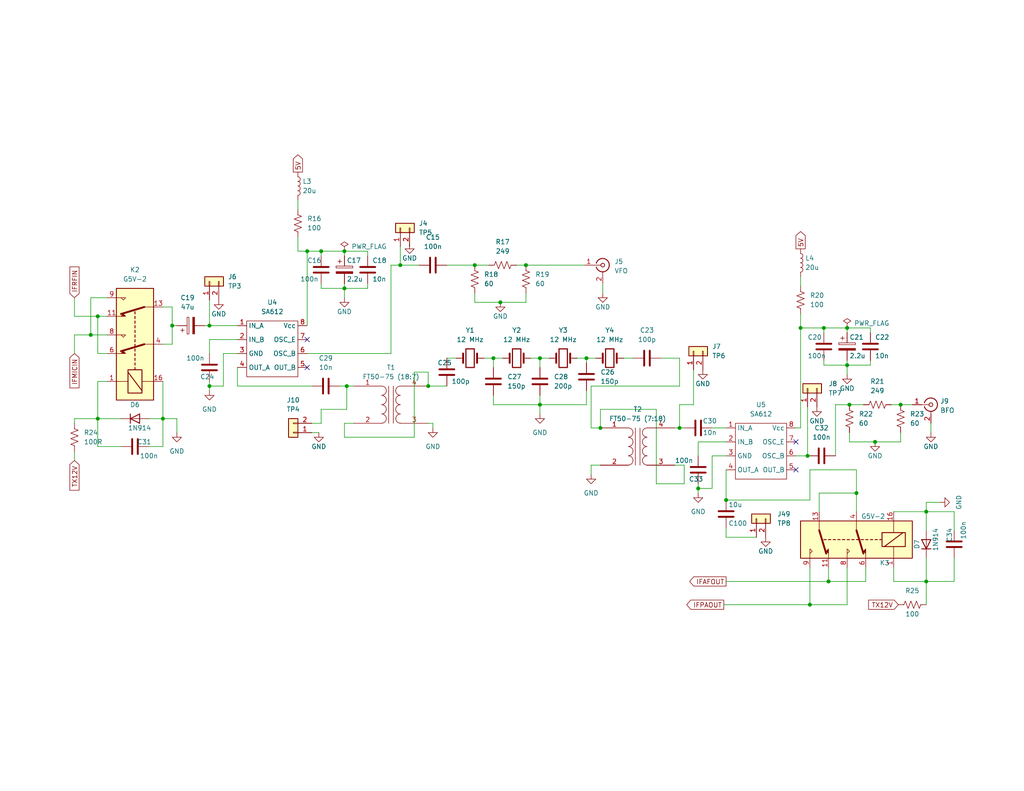
<source format=kicad_sch>
(kicad_sch (version 20211123) (generator eeschema)
  (paper "A")
  (title_block (date "2022-08-31") (rev "0.1a") (company "DATER (Dave Peter)"))
  (lib_symbols
    (symbol "Connector:Conn_Coaxial" (pin_names (offset 1.016) hide)
      (property "Reference" "J" (at 0.254 3.048 0))
      (property "Value" "Conn_Coaxial" (at 2.921 0 90))
      (symbol "Conn_Coaxial_0_1"
        (arc (start -1.778 -0.508) (mid 0.2311 -1.8066) (end 1.778 0) (stroke (width 0.254)))
        (polyline (pts (xy -2.54 0) (xy -0.508 0)))
        (polyline (pts (xy 0 -2.54) (xy 0 -1.778)))
        (circle (center 0 0) (radius 0.508) (stroke (width 0.2032)))
        (arc (start 1.778 0) (mid 0.2099 1.8101) (end -1.778 0.508) (stroke (width 0.254)))
      )
      (symbol "Conn_Coaxial_1_1"
        (pin passive line (at -5.08 0 0) (length 2.54) (name "In") (number "1"))
        (pin passive line (at 0 -5.08 90) (length 2.54) (name "Ext") (number "2"))
      )
    )
    (symbol "Connector_Generic:Conn_01x02" (pin_names (offset 1.016) hide)
      (property "Reference" "J" (at 0 2.54 0))
      (property "Value" "Conn_01x02" (at 0 -5.08 0))
      (symbol "Conn_01x02_1_1"
        (rectangle (start -1.27 -2.413) (end 0 -2.667) (stroke (width 0.1524)))
        (rectangle (start -1.27 0.127) (end 0 -0.127) (stroke (width 0.1524)))
        (rectangle (start -1.27 1.27) (end 1.27 -3.81) (stroke (width 0.254)) (fill (type background)))
        (pin passive line (at -5.08 0 0) (length 3.81) (name "Pin_1") (number "1"))
        (pin passive line (at -5.08 -2.54 0) (length 3.81) (name "Pin_2") (number "2"))
      )
    )
    (symbol "Custom_RF:SA612"
      (property "Reference" "U" (at 1.27 10.16 0))
      (property "Value" "SA612" (at 1.27 -7.62 0))
      (symbol "SA612_0_1"
        (rectangle (start -6.35 8.89) (end 7.62 -6.35))
      )
      (symbol "SA612_1_1"
        (pin input line (at -8.89 7.62 0) (length 2.54) (name "IN_A") (number "1"))
        (pin input line (at -8.89 3.81 0) (length 2.54) (name "IN_B") (number "2"))
        (pin power_in line (at -8.89 0 0) (length 2.54) (name "GND") (number "3"))
        (pin output line (at -8.89 -3.81 0) (length 2.54) (name "OUT_A") (number "4"))
        (pin output line (at 10.16 -3.81 180) (length 2.54) (name "OUT_B") (number "5"))
        (pin input line (at 10.16 0 180) (length 2.54) (name "OSC_B") (number "6"))
        (pin input line (at 10.16 3.81 180) (length 2.54) (name "OSC_E") (number "7"))
        (pin power_in line (at 10.16 7.62 180) (length 2.54) (name "Vcc") (number "8"))
      )
    )
    (symbol "Device:C" (pin_numbers hide) (pin_names (offset 0.254))
      (property "Reference" "C" (at 0.635 2.54 0))
      (property "Value" "C" (at 0.635 -2.54 0))
      (symbol "C_0_1"
        (polyline (pts (xy -2.032 -0.762) (xy 2.032 -0.762)) (stroke (width 0.508)))
        (polyline (pts (xy -2.032 0.762) (xy 2.032 0.762)) (stroke (width 0.508)))
      )
      (symbol "C_1_1"
        (pin passive line (at 0 3.81 270) (length 2.794) (name "~") (number "1"))
        (pin passive line (at 0 -3.81 90) (length 2.794) (name "~") (number "2"))
      )
    )
    (symbol "Device:C_Polarized" (pin_numbers hide) (pin_names (offset 0.254))
      (property "Reference" "C" (at 0.635 2.54 0))
      (property "Value" "C_Polarized" (at 0.635 -2.54 0))
      (symbol "C_Polarized_0_1"
        (rectangle (start -2.286 0.508) (end 2.286 1.016))
        (polyline (pts (xy -1.778 2.286) (xy -0.762 2.286)))
        (polyline (pts (xy -1.27 2.794) (xy -1.27 1.778)))
        (rectangle (start 2.286 -0.508) (end -2.286 -1.016) (fill (type outline)))
      )
      (symbol "C_Polarized_1_1"
        (pin passive line (at 0 3.81 270) (length 2.794) (name "~") (number "1"))
        (pin passive line (at 0 -3.81 90) (length 2.794) (name "~") (number "2"))
      )
    )
    (symbol "Device:Crystal" (pin_numbers hide) (pin_names (offset 1.016) hide)
      (property "Reference" "Y" (at 0 3.81 0))
      (property "Value" "Crystal" (at 0 -3.81 0))
      (symbol "Crystal_0_1"
        (rectangle (start -1.143 2.54) (end 1.143 -2.54) (stroke (width 0.3048)))
        (polyline (pts (xy -2.54 0) (xy -1.905 0)))
        (polyline (pts (xy -1.905 -1.27) (xy -1.905 1.27)) (stroke (width 0.508)))
        (polyline (pts (xy 1.905 -1.27) (xy 1.905 1.27)) (stroke (width 0.508)))
        (polyline (pts (xy 2.54 0) (xy 1.905 0)))
      )
      (symbol "Crystal_1_1"
        (pin passive line (at -3.81 0 0) (length 1.27) (name "1") (number "1"))
        (pin passive line (at 3.81 0 180) (length 1.27) (name "2") (number "2"))
      )
    )
    (symbol "Device:L" (pin_numbers hide) (pin_names (offset 1.016) hide)
      (property "Reference" "L" (at -1.27 0 90))
      (property "Value" "L" (at 1.905 0 90))
      (symbol "L_0_1"
        (arc (start 0 -2.54) (mid 0.635 -1.905) (end 0 -1.27))
        (arc (start 0 -1.27) (mid 0.635 -0.635) (end 0 0))
        (arc (start 0 0) (mid 0.635 0.635) (end 0 1.27))
        (arc (start 0 1.27) (mid 0.635 1.905) (end 0 2.54))
      )
      (symbol "L_1_1"
        (pin passive line (at 0 3.81 270) (length 1.27) (name "1") (number "1"))
        (pin passive line (at 0 -3.81 90) (length 1.27) (name "2") (number "2"))
      )
    )
    (symbol "Device:R_US" (pin_numbers hide) (pin_names (offset 0))
      (property "Reference" "R" (at 2.54 0 90))
      (property "Value" "R_US" (at -2.54 0 90))
      (symbol "R_US_0_1"
        (polyline (pts (xy 0 -2.286) (xy 0 -2.54)))
        (polyline (pts (xy 0 2.286) (xy 0 2.54)))
        (polyline (pts (xy 0 -0.762) (xy 1.016 -1.143) (xy 0 -1.524) (xy -1.016 -1.905) (xy 0 -2.286)))
        (polyline (pts (xy 0 0.762) (xy 1.016 0.381) (xy 0 0) (xy -1.016 -0.381) (xy 0 -0.762)))
        (polyline (pts (xy 0 2.286) (xy 1.016 1.905) (xy 0 1.524) (xy -1.016 1.143) (xy 0 0.762)))
      )
      (symbol "R_US_1_1"
        (pin passive line (at 0 3.81 270) (length 1.27) (name "~") (number "1"))
        (pin passive line (at 0 -3.81 90) (length 1.27) (name "~") (number "2"))
      )
    )
    (symbol "Device:Transformer_1P_1S" (pin_names (offset 1.016) hide)
      (property "Reference" "T" (at 0 6.35 0))
      (property "Value" "Transformer_1P_1S" (at 0 -7.62 0))
      (symbol "Transformer_1P_1S_0_1"
        (arc (start -2.54 -5.0546) (mid -1.6599 -4.6901) (end -1.27 -3.81))
        (arc (start -2.54 -2.5146) (mid -1.6599 -2.1501) (end -1.27 -1.27))
        (arc (start -2.54 0.0254) (mid -1.6599 0.3899) (end -1.27 1.27))
        (arc (start -2.54 2.5654) (mid -1.6599 2.9299) (end -1.27 3.81))
        (arc (start -1.27 -3.81) (mid -1.642 -2.912) (end -2.54 -2.54))
        (arc (start -1.27 -1.27) (mid -1.642 -0.372) (end -2.54 0))
        (arc (start -1.27 1.27) (mid -1.642 2.168) (end -2.54 2.54))
        (arc (start -1.27 3.81) (mid -1.642 4.708) (end -2.54 5.08))
        (polyline (pts (xy -0.635 5.08) (xy -0.635 -5.08)))
        (polyline (pts (xy 0.635 -5.08) (xy 0.635 5.08)))
        (arc (start 1.2954 -1.27) (mid 1.6599 -2.1501) (end 2.54 -2.5146))
        (arc (start 1.2954 1.27) (mid 1.6599 0.3899) (end 2.54 0.0254))
        (arc (start 1.2954 3.81) (mid 1.6599 2.9299) (end 2.54 2.5654))
        (arc (start 1.3208 -3.81) (mid 1.6853 -4.6901) (end 2.5654 -5.0546))
        (arc (start 2.54 0) (mid 1.642 -0.372) (end 1.2954 -1.27))
        (arc (start 2.54 2.54) (mid 1.642 2.168) (end 1.2954 1.27))
        (arc (start 2.54 5.08) (mid 1.642 4.708) (end 1.2954 3.81))
        (arc (start 2.5654 -2.54) (mid 1.6674 -2.912) (end 1.3208 -3.81))
      )
      (symbol "Transformer_1P_1S_1_1"
        (pin passive line (at -10.16 5.08 0) (length 7.62) (name "AA") (number "1"))
        (pin passive line (at -10.16 -5.08 0) (length 7.62) (name "AB") (number "2"))
        (pin passive line (at 10.16 -5.08 180) (length 7.62) (name "SA") (number "3"))
        (pin passive line (at 10.16 5.08 180) (length 7.62) (name "SB") (number "4"))
      )
    )
    (symbol "Diode:1N914" (pin_numbers hide) (pin_names (offset 1.016) hide)
      (property "Reference" "D" (at 0 2.54 0))
      (property "Value" "1N914" (at 0 -2.54 0))
      (symbol "1N914_0_1"
        (polyline (pts (xy -1.27 1.27) (xy -1.27 -1.27)) (stroke (width 0.254)))
        (polyline (pts (xy 1.27 0) (xy -1.27 0)))
        (polyline (pts (xy 1.27 1.27) (xy 1.27 -1.27) (xy -1.27 0) (xy 1.27 1.27)) (stroke (width 0.254)))
      )
      (symbol "1N914_1_1"
        (pin passive line (at -3.81 0 0) (length 2.54) (name "K") (number "1"))
        (pin passive line (at 3.81 0 180) (length 2.54) (name "A") (number "2"))
      )
    )
    (symbol "Relay:G5V-2"
      (property "Reference" "K" (at 16.51 3.81 0))
      (property "Value" "G5V-2" (at 16.51 1.27 0))
      (symbol "G5V-2_0_1"
        (rectangle (start -15.24 5.08) (end 15.24 -5.08) (stroke (width 0.254)) (fill (type background)))
        (rectangle (start -13.335 1.905) (end -6.985 -1.905) (stroke (width 0.254)))
        (polyline (pts (xy -12.7 -1.905) (xy -7.62 1.905)) (stroke (width 0.254)))
        (polyline (pts (xy -10.16 -5.08) (xy -10.16 -1.905)))
        (polyline (pts (xy -10.16 5.08) (xy -10.16 1.905)))
        (polyline (pts (xy -6.985 0) (xy -6.35 0)) (stroke (width 0.254)))
        (polyline (pts (xy -5.715 0) (xy -5.08 0)) (stroke (width 0.254)))
        (polyline (pts (xy -4.445 0) (xy -3.81 0)) (stroke (width 0.254)))
        (polyline (pts (xy -3.175 0) (xy -2.54 0)) (stroke (width 0.254)))
        (polyline (pts (xy -1.905 0) (xy -1.27 0)) (stroke (width 0.254)))
        (polyline (pts (xy -0.635 0) (xy 0 0)) (stroke (width 0.254)))
        (polyline (pts (xy 0 -2.54) (xy -1.905 3.81)) (stroke (width 0.508)))
        (polyline (pts (xy 0 -2.54) (xy 0 -5.08)))
        (polyline (pts (xy 0.635 0) (xy 1.27 0)) (stroke (width 0.254)))
        (polyline (pts (xy 1.905 0) (xy 2.54 0)) (stroke (width 0.254)))
        (polyline (pts (xy 3.175 0) (xy 3.81 0)) (stroke (width 0.254)))
        (polyline (pts (xy 4.445 0) (xy 5.08 0)) (stroke (width 0.254)))
        (polyline (pts (xy 5.715 0) (xy 6.35 0)) (stroke (width 0.254)))
        (polyline (pts (xy 6.985 0) (xy 7.62 0)) (stroke (width 0.254)))
        (polyline (pts (xy 8.255 0) (xy 8.89 0)) (stroke (width 0.254)))
        (polyline (pts (xy 10.16 -2.54) (xy 8.255 3.81)) (stroke (width 0.508)))
        (polyline (pts (xy 10.16 -2.54) (xy 10.16 -5.08)))
        (polyline (pts (xy -2.54 5.08) (xy -2.54 2.54) (xy -1.905 3.175) (xy -2.54 3.81)) (fill (type outline)))
        (polyline (pts (xy 2.54 5.08) (xy 2.54 2.54) (xy 1.905 3.175) (xy 2.54 3.81)))
        (polyline (pts (xy 7.62 5.08) (xy 7.62 2.54) (xy 8.255 3.175) (xy 7.62 3.81)) (fill (type outline)))
        (polyline (pts (xy 12.7 5.08) (xy 12.7 2.54) (xy 12.065 3.175) (xy 12.7 3.81)))
      )
      (symbol "G5V-2_1_1"
        (pin passive line (at -10.16 7.62 270) (length 2.54) (name "~") (number "1"))
        (pin passive line (at 7.62 7.62 270) (length 2.54) (name "~") (number "11"))
        (pin passive line (at 10.16 -7.62 90) (length 2.54) (name "~") (number "13"))
        (pin passive line (at -10.16 -7.62 90) (length 2.54) (name "~") (number "16"))
        (pin passive line (at 0 -7.62 90) (length 2.54) (name "~") (number "4"))
        (pin passive line (at -2.54 7.62 270) (length 2.54) (name "~") (number "6"))
        (pin passive line (at 2.54 7.62 270) (length 2.54) (name "~") (number "8"))
        (pin passive line (at 12.7 7.62 270) (length 2.54) (name "~") (number "9"))
      )
    )
    (symbol "power:GND" (power) (pin_names (offset 0))
      (property "Value" "GND" (at 0 -3.81 0))
      (symbol "GND_0_1"
        (polyline (pts (xy 0 0) (xy 0 -1.27) (xy 1.27 -1.27) (xy 0 -2.54) (xy -1.27 -1.27) (xy 0 -1.27)))
      )
      (symbol "GND_1_1"
        (pin power_in line (at 0 0 270) (length 0) hide (name "GND") (number "1"))
      )
    )
    (symbol "power:PWR_FLAG" (power) (pin_numbers hide) (pin_names (offset 0) hide)
      (property "Value" "PWR_FLAG" (at 0 3.81 0))
      (symbol "PWR_FLAG_0_0"
        (pin power_out line (at 0 0 90) (length 0) (name "pwr") (number "1"))
      )
      (symbol "PWR_FLAG_0_1"
        (polyline (pts (xy 0 0) (xy 0 1.27) (xy -1.016 1.905) (xy 0 2.54) (xy 1.016 1.905) (xy 0 1.27)))
      )
    )
  )
  (junction (at 129.54 72.39))
  (junction (at 109.22 72.39))
  (junction (at 26.67 114.3))
  (junction (at 46.99 88.9))
  (junction (at 160.02 97.79))
  (junction (at 190.5 133.35))
  (junction (at 218.44 89.535))
  (junction (at 136.525 82.55))
  (junction (at 252.73 158.75))
  (junction (at 143.51 72.39))
  (junction (at 231.14 89.535))
  (junction (at 231.14 99.695))
  (junction (at 226.06 158.75))
  (junction (at 231.775 110.49))
  (junction (at 252.73 139.7))
  (junction (at 93.98 68.58))
  (junction (at 198.12 136.525))
  (junction (at 238.76 120.65))
  (junction (at 224.79 89.535))
  (junction (at 57.15 88.9))
  (junction (at 134.62 97.79))
  (junction (at 245.745 110.49))
  (junction (at 94.615 105.41))
  (junction (at 220.345 124.46))
  (junction (at 147.32 97.79))
  (junction (at 93.98 78.74))
  (junction (at 185.42 116.84))
  (junction (at 233.68 134.62))
  (junction (at 26.67 86.36))
  (junction (at 44.45 114.3))
  (junction (at 163.83 116.84))
  (junction (at 116.84 105.41))
  (junction (at 57.15 105.41))
  (junction (at 220.98 165.1))
  (junction (at 147.32 110.49))
  (junction (at 83.82 68.58))
  (junction (at 24.765 91.44))
  (junction (at 87.63 68.58))
  (no_connect (at 217.17 128.27))
  (no_connect (at 83.82 92.71))
  (no_connect (at 217.17 120.65))
  (no_connect (at 83.82 100.33))
  (wire (pts (xy 224.79 89.535) (xy 231.14 89.535)))
  (wire (pts (xy 24.765 81.28) (xy 29.21 81.28)))
  (wire (pts (xy 20.32 123.19) (xy 20.32 125.73)))
  (wire (pts (xy 220.98 136.525) (xy 198.12 136.525)))
  (wire (pts (xy 57.15 92.71) (xy 57.15 96.52)))
  (wire (pts (xy 100.33 68.58) (xy 100.33 69.85)))
  (wire (pts (xy 220.98 128.27) (xy 233.68 128.27)))
  (wire (pts (xy 26.67 96.52) (xy 29.21 96.52)))
  (wire (pts (xy 194.31 133.35) (xy 194.31 124.46)))
  (wire (pts (xy 260.35 158.75) (xy 260.35 152.4)))
  (wire (pts (xy 147.32 97.79) (xy 149.86 97.79)))
  (wire (pts (xy 87.63 77.47) (xy 87.63 78.74)))
  (wire (pts (xy 243.205 110.49) (xy 245.745 110.49)))
  (wire (pts (xy 24.765 91.44) (xy 20.32 91.44)))
  (wire (pts (xy 40.64 114.3) (xy 44.45 114.3)))
  (wire (pts (xy 26.67 114.3) (xy 26.67 121.92)))
  (wire (pts (xy 252.73 158.75) (xy 260.35 158.75)))
  (wire (pts (xy 231.14 165.1) (xy 231.14 154.94)))
  (wire (pts (xy 87.63 111.76) (xy 87.63 115.57)))
  (wire (pts (xy 194.31 124.46) (xy 198.12 124.46)))
  (wire (pts (xy 224.79 89.535) (xy 224.79 90.805)))
  (wire (pts (xy 44.45 114.3) (xy 44.45 121.92)))
  (wire (pts (xy 238.76 120.65) (xy 245.745 120.65)))
  (wire (pts (xy 189.23 110.49) (xy 185.42 110.49)))
  (wire (pts (xy 87.63 68.58) (xy 87.63 69.85)))
  (wire (pts (xy 163.83 116.84) (xy 163.83 111.76)))
  (wire (pts (xy 26.67 114.3) (xy 33.02 114.3)))
  (wire (pts (xy 164.465 77.47) (xy 164.465 80.01)))
  (wire (pts (xy 245.745 120.65) (xy 245.745 118.11)))
  (wire (pts (xy 227.965 110.49) (xy 227.965 124.46)))
  (wire (pts (xy 147.32 110.49) (xy 147.32 107.95)))
  (wire (pts (xy 198.12 146.685) (xy 198.12 144.145)))
  (wire (pts (xy 243.84 158.75) (xy 252.73 158.75)))
  (wire (pts (xy 218.44 89.535) (xy 218.44 116.84)))
  (wire (pts (xy 48.26 88.9) (xy 46.99 88.9)))
  (wire (pts (xy 20.32 81.28) (xy 20.32 86.36)))
  (wire (pts (xy 81.28 68.58) (xy 83.82 68.58)))
  (wire (pts (xy 224.79 99.695) (xy 231.14 99.695)))
  (wire (pts (xy 218.44 85.725) (xy 218.44 89.535)))
  (wire (pts (xy 231.14 99.695) (xy 231.14 98.425)))
  (wire (pts (xy 116.84 105.41) (xy 121.92 105.41)))
  (wire (pts (xy 93.98 115.57) (xy 93.98 119.38)))
  (wire (pts (xy 109.22 72.39) (xy 114.3 72.39)))
  (wire (pts (xy 220.98 165.1) (xy 231.14 165.1)))
  (wire (pts (xy 252.73 139.7) (xy 260.35 139.7)))
  (wire (pts (xy 220.98 154.94) (xy 220.98 165.1)))
  (wire (pts (xy 179.07 111.76) (xy 179.07 132.08)))
  (wire (pts (xy 231.14 99.695) (xy 231.14 102.235)))
  (wire (pts (xy 237.49 98.425) (xy 237.49 99.695)))
  (wire (pts (xy 26.67 86.36) (xy 29.21 86.36)))
  (wire (pts (xy 223.52 134.62) (xy 223.52 139.7)))
  (wire (pts (xy 161.29 127) (xy 163.83 127)))
  (wire (pts (xy 185.42 97.79) (xy 185.42 105.41)))
  (wire (pts (xy 118.11 115.57) (xy 118.11 116.84)))
  (wire (pts (xy 206.375 146.685) (xy 198.12 146.685)))
  (wire (pts (xy 237.49 89.535) (xy 237.49 90.805)))
  (wire (pts (xy 81.28 54.61) (xy 81.28 57.15)))
  (wire (pts (xy 93.98 68.58) (xy 93.98 69.85)))
  (wire (pts (xy 143.51 82.55) (xy 143.51 80.01)))
  (wire (pts (xy 129.54 72.39) (xy 133.35 72.39)))
  (wire (pts (xy 26.67 86.36) (xy 26.67 96.52)))
  (wire (pts (xy 26.67 121.92) (xy 33.02 121.92)))
  (wire (pts (xy 121.92 72.39) (xy 129.54 72.39)))
  (wire (pts (xy 252.73 139.7) (xy 252.73 137.16)))
  (wire (pts (xy 243.84 139.7) (xy 252.73 139.7)))
  (wire (pts (xy 231.14 89.535) (xy 231.14 90.805)))
  (wire (pts (xy 134.62 97.79) (xy 134.62 100.33)))
  (wire (pts (xy 140.97 72.39) (xy 143.51 72.39)))
  (wire (pts (xy 143.51 72.39) (xy 159.385 72.39)))
  (wire (pts (xy 64.77 105.41) (xy 64.77 100.33)))
  (wire (pts (xy 93.98 78.74) (xy 93.98 77.47)))
  (wire (pts (xy 81.28 64.77) (xy 81.28 68.58)))
  (wire (pts (xy 106.68 72.39) (xy 106.68 96.52)))
  (wire (pts (xy 147.32 110.49) (xy 147.32 113.03)))
  (wire (pts (xy 93.98 78.74) (xy 93.98 81.28)))
  (wire (pts (xy 44.45 104.14) (xy 44.45 114.3)))
  (wire (pts (xy 198.12 136.525) (xy 198.12 128.27)))
  (wire (pts (xy 26.67 104.14) (xy 26.67 114.3)))
  (wire (pts (xy 116.84 115.57) (xy 118.11 115.57)))
  (wire (pts (xy 55.88 88.9) (xy 57.15 88.9)))
  (wire (pts (xy 106.68 72.39) (xy 109.22 72.39)))
  (wire (pts (xy 233.68 134.62) (xy 233.68 139.7)))
  (wire (pts (xy 29.21 104.14) (xy 26.67 104.14)))
  (wire (pts (xy 44.45 114.3) (xy 48.26 114.3)))
  (wire (pts (xy 220.345 111.125) (xy 220.345 124.46)))
  (wire (pts (xy 160.02 106.68) (xy 160.02 110.49)))
  (wire (pts (xy 185.42 116.84) (xy 186.69 116.84)))
  (wire (pts (xy 252.73 158.75) (xy 252.73 152.4)))
  (wire (pts (xy 64.77 105.41) (xy 85.09 105.41)))
  (wire (pts (xy 224.79 98.425) (xy 224.79 99.695)))
  (wire (pts (xy 94.615 105.41) (xy 96.52 105.41)))
  (wire (pts (xy 48.26 114.3) (xy 48.26 118.11)))
  (wire (pts (xy 46.99 88.9) (xy 46.99 93.98)))
  (wire (pts (xy 134.62 97.79) (xy 137.16 97.79)))
  (wire (pts (xy 147.32 97.79) (xy 147.32 100.33)))
  (wire (pts (xy 184.15 116.84) (xy 185.42 116.84)))
  (wire (pts (xy 134.62 110.49) (xy 147.32 110.49)))
  (wire (pts (xy 185.42 105.41) (xy 161.29 105.41)))
  (wire (pts (xy 116.84 101.6) (xy 116.84 105.41)))
  (wire (pts (xy 190.5 133.35) (xy 194.31 133.35)))
  (wire (pts (xy 198.12 120.65) (xy 190.5 120.65)))
  (wire (pts (xy 94.615 111.76) (xy 87.63 111.76)))
  (wire (pts (xy 254 115.57) (xy 254 118.11)))
  (wire (pts (xy 198.12 158.75) (xy 226.06 158.75)))
  (wire (pts (xy 157.48 97.79) (xy 160.02 97.79)))
  (wire (pts (xy 144.78 97.79) (xy 147.32 97.79)))
  (wire (pts (xy 190.5 120.65) (xy 190.5 124.46)))
  (wire (pts (xy 40.64 121.92) (xy 44.45 121.92)))
  (wire (pts (xy 163.83 111.76) (xy 179.07 111.76)))
  (wire (pts (xy 243.84 154.94) (xy 243.84 158.75)))
  (wire (pts (xy 160.02 97.79) (xy 160.02 99.06)))
  (wire (pts (xy 60.96 96.52) (xy 64.77 96.52)))
  (wire (pts (xy 57.15 105.41) (xy 57.15 106.68)))
  (wire (pts (xy 185.42 110.49) (xy 185.42 116.84)))
  (wire (pts (xy 185.42 97.79) (xy 180.34 97.79)))
  (wire (pts (xy 223.52 134.62) (xy 233.68 134.62)))
  (wire (pts (xy 134.62 107.95) (xy 134.62 110.49)))
  (wire (pts (xy 231.775 110.49) (xy 235.585 110.49)))
  (wire (pts (xy 44.45 93.98) (xy 46.99 93.98)))
  (wire (pts (xy 57.15 81.915) (xy 57.15 88.9)))
  (wire (pts (xy 161.29 127) (xy 161.29 129.54)))
  (wire (pts (xy 252.73 139.7) (xy 252.73 144.78)))
  (wire (pts (xy 136.525 82.55) (xy 143.51 82.55)))
  (wire (pts (xy 86.995 118.11) (xy 85.09 118.11)))
  (wire (pts (xy 226.06 154.94) (xy 226.06 158.75)))
  (wire (pts (xy 161.29 105.41) (xy 161.29 116.84)))
  (wire (pts (xy 93.98 78.74) (xy 100.33 78.74)))
  (wire (pts (xy 197.485 165.1) (xy 220.98 165.1)))
  (wire (pts (xy 179.07 132.08) (xy 186.69 132.08)))
  (wire (pts (xy 83.82 68.58) (xy 87.63 68.58)))
  (wire (pts (xy 85.09 115.57) (xy 87.63 115.57)))
  (wire (pts (xy 252.73 158.75) (xy 252.73 165.1)))
  (wire (pts (xy 44.45 83.82) (xy 46.99 83.82)))
  (wire (pts (xy 57.15 104.14) (xy 57.15 105.41)))
  (wire (pts (xy 189.23 100.965) (xy 189.23 110.49)))
  (wire (pts (xy 231.775 110.49) (xy 227.965 110.49)))
  (wire (pts (xy 231.775 120.65) (xy 238.76 120.65)))
  (wire (pts (xy 160.02 97.79) (xy 162.56 97.79)))
  (wire (pts (xy 60.96 105.41) (xy 60.96 96.52)))
  (wire (pts (xy 220.98 128.27) (xy 220.98 136.525)))
  (wire (pts (xy 83.82 68.58) (xy 83.82 88.9)))
  (wire (pts (xy 184.15 127) (xy 186.69 127)))
  (wire (pts (xy 236.22 154.94) (xy 236.22 158.75)))
  (wire (pts (xy 190.5 133.35) (xy 190.5 134.62)))
  (wire (pts (xy 245.745 110.49) (xy 248.92 110.49)))
  (wire (pts (xy 94.615 105.41) (xy 94.615 111.76)))
  (wire (pts (xy 57.15 88.9) (xy 64.77 88.9)))
  (wire (pts (xy 121.92 97.79) (xy 124.46 97.79)))
  (wire (pts (xy 64.77 92.71) (xy 57.15 92.71)))
  (wire (pts (xy 217.17 124.46) (xy 220.345 124.46)))
  (wire (pts (xy 20.32 86.36) (xy 26.67 86.36)))
  (wire (pts (xy 260.35 144.78) (xy 260.35 139.7)))
  (wire (pts (xy 218.44 75.565) (xy 218.44 78.105)))
  (wire (pts (xy 218.44 89.535) (xy 224.79 89.535)))
  (wire (pts (xy 111.76 67.31) (xy 111.76 66.675)))
  (wire (pts (xy 160.02 110.49) (xy 147.32 110.49)))
  (wire (pts (xy 46.99 83.82) (xy 46.99 88.9)))
  (wire (pts (xy 186.69 127) (xy 186.69 132.08)))
  (wire (pts (xy 109.22 67.31) (xy 109.22 72.39)))
  (wire (pts (xy 100.33 77.47) (xy 100.33 78.74)))
  (wire (pts (xy 57.15 105.41) (xy 60.96 105.41)))
  (wire (pts (xy 29.21 91.44) (xy 24.765 91.44)))
  (wire (pts (xy 233.68 134.62) (xy 233.68 128.27)))
  (wire (pts (xy 106.68 96.52) (xy 83.82 96.52)))
  (wire (pts (xy 132.08 97.79) (xy 134.62 97.79)))
  (wire (pts (xy 170.18 97.79) (xy 172.72 97.79)))
  (wire (pts (xy 231.775 118.11) (xy 231.775 120.65)))
  (wire (pts (xy 231.14 99.695) (xy 237.49 99.695)))
  (wire (pts (xy 87.63 68.58) (xy 93.98 68.58)))
  (wire (pts (xy 113.03 101.6) (xy 116.84 101.6)))
  (wire (pts (xy 218.44 116.84) (xy 217.17 116.84)))
  (wire (pts (xy 129.54 80.01) (xy 129.54 82.55)))
  (wire (pts (xy 113.03 119.38) (xy 113.03 101.6)))
  (wire (pts (xy 93.98 68.58) (xy 100.33 68.58)))
  (wire (pts (xy 87.63 78.74) (xy 93.98 78.74)))
  (wire (pts (xy 20.32 91.44) (xy 20.32 96.52)))
  (wire (pts (xy 26.67 114.3) (xy 20.32 114.3)))
  (wire (pts (xy 24.765 91.44) (xy 24.765 81.28)))
  (wire (pts (xy 96.52 115.57) (xy 93.98 115.57)))
  (wire (pts (xy 190.5 132.08) (xy 190.5 133.35)))
  (wire (pts (xy 129.54 82.55) (xy 136.525 82.55)))
  (wire (pts (xy 231.14 89.535) (xy 237.49 89.535)))
  (wire (pts (xy 93.98 119.38) (xy 113.03 119.38)))
  (wire (pts (xy 92.71 105.41) (xy 94.615 105.41)))
  (wire (pts (xy 236.22 158.75) (xy 226.06 158.75)))
  (wire (pts (xy 194.31 116.84) (xy 198.12 116.84)))
  (wire (pts (xy 161.29 116.84) (xy 163.83 116.84)))
  (wire (pts (xy 20.32 114.3) (xy 20.32 115.57)))
  (wire (pts (xy 252.73 137.16) (xy 256.54 137.16)))
  (global_label "IFRFIN" (shape input) (at 20.32 81.28 90) (property "Intersheet References" "${INTERSHEET_REFS}" (effects hide)))
  (global_label "TX12V" (shape input) (at 245.11 165.1 180) (property "Intersheet References" "${INTERSHEET_REFS}" (effects hide)))
  (global_label "IFMICIN" (shape input) (at 20.32 96.52 270) (property "Intersheet References" "${INTERSHEET_REFS}" (effects hide)))
  (global_label "IFPAOUT" (shape output) (at 197.485 165.1 180) (property "Intersheet References" "${INTERSHEET_REFS}" (effects hide)))
  (global_label "5V" (shape output) (at 218.44 67.945 90) (property "Intersheet References" "${INTERSHEET_REFS}" (effects hide)))
  (global_label "TX12V" (shape input) (at 20.32 125.73 270) (property "Intersheet References" "${INTERSHEET_REFS}" (effects hide)))
  (global_label "5V" (shape output) (at 81.28 46.99 90) (property "Intersheet References" "${INTERSHEET_REFS}" (effects hide)))
  (global_label "IFAFOUT" (shape output) (at 198.12 158.75 180) (property "Intersheet References" "${INTERSHEET_REFS}" (effects hide)))
  (symbol (lib_id "power:GND") (at 190.5 134.62 0) (unit 1)
    (property "Reference" "#PWR029" (effects hide))
    (property "Value" "GND" (at 190.5 139.7 0))
  )
  (symbol (lib_id "power:GND") (at 93.98 81.28 0) (unit 1)
    (property "Reference" "#PWR019" (effects hide))
    (property "Value" "GND" (at 93.98 85.09 0))
  )
  (symbol (lib_id "Custom_RF:SA612") (at 73.66 96.52 0) (unit 1)
    (property "Reference" "U4" (at 74.295 82.55 0))
    (property "Value" "SA612" (at 74.295 85.09 0))
    (property "Footprint" "Package_DIP:DIP-8_W7.62mm_Socket" (effects hide))
  )
  (symbol (lib_id "Device:C") (at 36.83 121.92 90) (unit 1)
    (property "Reference" "C31" (at 39.37 120.65 90))
    (property "Value" "100n" (at 40.64 124.46 90))
    (property "Footprint" "Capacitor_SMD:C_1206_3216Metric" (effects hide))
  )
  (symbol (lib_id "Device:R_US") (at 245.745 114.3 0) (unit 1)
    (property "Reference" "R23" (at 248.285 113.0299 0) (effects (justify left)))
    (property "Value" "60" (at 248.285 115.5699 0) (effects (justify left)))
    (property "Footprint" "Resistor_SMD:R_1206_3216Metric" (effects hide))
  )
  (symbol (lib_id "Device:C") (at 190.5 116.84 90) (unit 1)
    (property "Reference" "C30" (at 193.675 114.935 90))
    (property "Value" "10n" (at 193.675 118.11 90))
    (property "Footprint" "Capacitor_SMD:C_1206_3216Metric" (effects hide))
  )
  (symbol (lib_id "Diode:1N914") (at 36.83 114.3 0) (unit 1)
    (property "Reference" "D6" (at 36.83 110.49 0))
    (property "Value" "1N914" (at 38.1 116.84 0))
    (property "Footprint" "Diode_THT:D_DO-35_SOD27_P7.62mm_Horizontal" (effects hide))
    (property "Datasheet" "http://www.vishay.com/docs/85622/1n914.pdf" (effects hide))
  )
  (symbol (lib_id "Device:R_US") (at 231.775 114.3 0) (unit 1)
    (property "Reference" "R22" (at 234.315 113.0299 0) (effects (justify left)))
    (property "Value" "60" (at 234.315 115.5699 0) (effects (justify left)))
    (property "Footprint" "Resistor_SMD:R_1206_3216Metric" (effects hide))
  )
  (symbol (lib_id "Diode:1N914") (at 252.73 148.59 90) (unit 1)
    (property "Reference" "D7" (at 250.19 148.59 0))
    (property "Value" "1N914" (at 255.27 147.32 0))
    (property "Footprint" "Diode_THT:D_DO-35_SOD27_P7.62mm_Horizontal" (effects hide))
    (property "Datasheet" "http://www.vishay.com/docs/85622/1n914.pdf" (effects hide))
  )
  (symbol (lib_id "Device:C") (at 198.12 140.335 0) (unit 1)
    (property "Reference" "C100" (at 198.755 142.875 0) (effects (justify left)))
    (property "Value" "10u" (at 198.755 137.795 0) (effects (justify left)))
    (property "Footprint" "Capacitor_SMD:C_1206_3216Metric" (effects hide))
  )
  (symbol (lib_id "Device:R_US") (at 218.44 81.915 0) (unit 1)
    (property "Reference" "R20" (at 220.98 80.6449 0) (effects (justify left)))
    (property "Value" "100" (at 220.98 83.1849 0) (effects (justify left)))
    (property "Footprint" "Resistor_SMD:R_1206_3216Metric" (effects hide))
  )
  (symbol (lib_id "Relay:G5V-2") (at 233.68 147.32 180) (unit 1)
    (property "Reference" "K3" (at 240.03 153.67 0) (effects (justify right)))
    (property "Value" "G5V-2" (at 234.95 140.97 0) (effects (justify right)))
    (property "Footprint" "Relay_THT:Relay_DPDT_Omron_G5V-2" (effects hide))
    (property "Datasheet" "http://omronfs.omron.com/en_US/ecb/products/pdf/en-g5v_2.pdf" (effects hide))
  )
  (symbol (lib_id "Device:L") (at 81.28 50.8 0) (unit 1)
    (property "Reference" "L3" (at 82.55 49.5299 0) (effects (justify left)))
    (property "Value" "20u" (at 82.55 52.0699 0) (effects (justify left)))
    (property "Footprint" "Inductor_SMD:L_1206_3216Metric" (effects hide))
  )
  (symbol (lib_id "power:GND") (at 208.915 146.685 0) (unit 1)
    (property "Reference" "#PWR0104" (effects hide))
    (property "Value" "GND" (at 208.915 150.495 0))
  )
  (symbol (lib_id "Connector_Generic:Conn_01x02") (at 80.01 118.11 180) (unit 1)
    (property "Reference" "J10" (at 80.01 109.22 0))
    (property "Value" "TP4" (at 80.01 111.76 0))
    (property "Footprint" "Connector_PinSocket_2.54mm:PinSocket_1x02_P2.54mm_Vertical" (effects hide))
  )
  (symbol (lib_id "Device:R_US") (at 81.28 60.96 0) (unit 1)
    (property "Reference" "R16" (at 83.82 59.6899 0) (effects (justify left)))
    (property "Value" "100" (at 83.82 62.2299 0) (effects (justify left)))
    (property "Footprint" "Resistor_SMD:R_1206_3216Metric" (effects hide))
  )
  (symbol (lib_id "Connector_Generic:Conn_01x02") (at 220.345 106.045 90) (unit 1)
    (property "Reference" "J8" (at 226.06 104.7749 90) (effects (justify right)))
    (property "Value" "TP7" (at 226.06 107.3149 90) (effects (justify right)))
    (property "Footprint" "Connector_PinSocket_2.54mm:PinSocket_1x02_P2.54mm_Vertical" (effects hide))
  )
  (symbol (lib_id "Device:R_US") (at 129.54 76.2 0) (unit 1)
    (property "Reference" "R18" (at 132.08 74.9299 0) (effects (justify left)))
    (property "Value" "60" (at 132.08 77.4699 0) (effects (justify left)))
    (property "Footprint" "Resistor_SMD:R_1206_3216Metric" (effects hide))
  )
  (symbol (lib_id "Device:C") (at 147.32 104.14 0) (unit 1)
    (property "Reference" "C28" (at 151.13 102.8699 0) (effects (justify left)))
    (property "Value" "200p" (at 151.13 105.4099 0) (effects (justify left)))
    (property "Footprint" "Capacitor_SMD:C_1206_3216Metric" (effects hide))
  )
  (symbol (lib_id "Device:Crystal") (at 153.67 97.79 0) (unit 1)
    (property "Reference" "Y3" (at 153.67 90.17 0))
    (property "Value" "12 MHz" (at 153.67 92.71 0))
    (property "Footprint" "Crystal:Crystal_HC49-4H_Vertical" (effects hide))
  )
  (symbol (lib_id "Device:C") (at 224.79 94.615 0) (unit 1)
    (property "Reference" "C20" (at 220.345 92.075 0) (effects (justify left)))
    (property "Value" "100n" (at 220.345 97.155 0) (effects (justify left)))
    (property "Footprint" "Capacitor_SMD:C_1206_3216Metric" (effects hide))
  )
  (symbol (lib_id "Device:R_US") (at 248.92 165.1 270) (unit 1)
    (property "Reference" "R25" (at 248.92 161.29 90))
    (property "Value" "100" (at 248.92 167.64 90))
    (property "Footprint" "Resistor_SMD:R_1206_3216Metric" (effects hide))
  )
  (symbol (lib_id "Device:R_US") (at 239.395 110.49 90) (unit 1)
    (property "Reference" "R21" (at 239.395 104.14 90))
    (property "Value" "249" (at 239.395 106.68 90))
    (property "Footprint" "Resistor_SMD:R_1206_3216Metric" (effects hide))
  )
  (symbol (lib_id "Custom_RF:SA612") (at 207.01 124.46 0) (unit 1)
    (property "Reference" "U5" (at 207.645 110.49 0))
    (property "Value" "SA612" (at 207.645 113.03 0))
    (property "Footprint" "Package_DIP:DIP-8_W7.62mm_Socket" (effects hide))
  )
  (symbol (lib_id "Device:C") (at 190.5 128.27 0) (unit 1)
    (property "Reference" "C33" (at 187.96 130.81 0) (effects (justify left)))
    (property "Value" "100n" (at 184.15 125.73 0) (effects (justify left)))
    (property "Footprint" "Capacitor_SMD:C_1206_3216Metric" (effects hide))
  )
  (symbol (lib_id "Device:C") (at 118.11 72.39 270) (unit 1)
    (property "Reference" "C15" (at 118.11 64.77 90))
    (property "Value" "100n" (at 118.11 67.31 90))
    (property "Footprint" "Capacitor_SMD:C_1206_3216Metric" (effects hide))
  )
  (symbol (lib_id "Device:Crystal") (at 128.27 97.79 0) (unit 1)
    (property "Reference" "Y1" (at 128.27 90.17 0))
    (property "Value" "12 MHz" (at 128.27 92.71 0))
    (property "Footprint" "Crystal:Crystal_HC49-4H_Vertical" (effects hide))
  )
  (symbol (lib_id "Device:C") (at 260.35 148.59 180) (unit 1)
    (property "Reference" "C34" (at 259.08 146.05 90))
    (property "Value" "100n" (at 262.89 144.78 90))
    (property "Footprint" "Capacitor_SMD:C_1206_3216Metric" (effects hide))
  )
  (symbol (lib_id "Relay:G5V-2") (at 36.83 93.98 90) (unit 1)
    (property "Reference" "K2" (at 36.83 73.66 90))
    (property "Value" "G5V-2" (at 36.83 76.2 90))
    (property "Footprint" "Relay_THT:Relay_DPDT_Omron_G5V-2" (effects hide))
    (property "Datasheet" "http://omronfs.omron.com/en_US/ecb/products/pdf/en-g5v_2.pdf" (effects hide))
  )
  (symbol (lib_id "Device:R_US") (at 143.51 76.2 0) (unit 1)
    (property "Reference" "R19" (at 146.05 74.9299 0) (effects (justify left)))
    (property "Value" "60" (at 146.05 77.4699 0) (effects (justify left)))
    (property "Footprint" "Resistor_SMD:R_1206_3216Metric" (effects hide))
  )
  (symbol (lib_id "Device:C") (at 100.33 73.66 0) (unit 1)
    (property "Reference" "C18" (at 101.6 71.12 0) (effects (justify left)))
    (property "Value" "10n" (at 101.6 76.2 0) (effects (justify left)))
    (property "Footprint" "Capacitor_SMD:C_1206_3216Metric" (effects hide))
  )
  (symbol (lib_id "power:GND") (at 191.77 100.965 0) (unit 1)
    (property "Reference" "#PWR099" (effects hide))
    (property "Value" "GND" (at 191.77 104.775 0))
  )
  (symbol (lib_id "Device:C") (at 121.92 101.6 180) (unit 1)
    (property "Reference" "C25" (at 119.38 99.06 0) (effects (justify right)))
    (property "Value" "100p" (at 123.19 104.14 0) (effects (justify right)))
    (property "Footprint" "Capacitor_SMD:C_1206_3216Metric" (effects hide))
  )
  (symbol (lib_id "power:GND") (at 118.11 116.84 0) (unit 1)
    (property "Reference" "#PWR024" (effects hide))
    (property "Value" "GND" (at 118.11 121.92 0))
  )
  (symbol (lib_id "Device:C") (at 176.53 97.79 90) (unit 1)
    (property "Reference" "C23" (at 176.53 90.17 90))
    (property "Value" "100p" (at 176.53 92.71 90))
    (property "Footprint" "Capacitor_SMD:C_1206_3216Metric" (effects hide))
  )
  (symbol (lib_id "Connector_Generic:Conn_01x02") (at 206.375 141.605 90) (unit 1)
    (property "Reference" "J49" (at 212.09 140.3349 90) (effects (justify right)))
    (property "Value" "TP8" (at 212.09 142.8749 90) (effects (justify right)))
    (property "Footprint" "Connector_PinSocket_2.54mm:PinSocket_1x02_P2.54mm_Vertical" (effects hide))
  )
  (symbol (lib_id "power:PWR_FLAG") (at 93.98 68.58 0) (unit 1)
    (property "Reference" "#FLG06" (effects hide))
    (property "Value" "PWR_FLAG" (at 95.885 67.3099 0) (effects (justify left)))
  )
  (symbol (lib_id "power:GND") (at 256.54 137.16 90) (unit 1)
    (property "Reference" "#PWR030" (effects hide))
    (property "Value" "GND" (at 261.62 137.16 0))
  )
  (symbol (lib_id "Device:C") (at 57.15 100.33 0) (unit 1)
    (property "Reference" "C24" (at 54.61 102.87 0) (effects (justify left)))
    (property "Value" "100n" (at 50.8 97.79 0) (effects (justify left)))
    (property "Footprint" "Capacitor_SMD:C_1206_3216Metric" (effects hide))
  )
  (symbol (lib_id "power:GND") (at 57.15 106.68 0) (unit 1)
    (property "Reference" "#PWR022" (effects hide))
    (property "Value" "GND" (at 57.15 111.76 0))
  )
  (symbol (lib_id "power:GND") (at 86.995 118.11 0) (unit 1)
    (property "Reference" "#PWR0102" (effects hide))
    (property "Value" "GND" (at 86.995 121.92 0))
  )
  (symbol (lib_id "Device:Transformer_1P_1S") (at 106.68 110.49 0) (unit 1)
    (property "Reference" "T1" (at 106.6927 100.33 0))
    (property "Value" "FT50-75 (18:7)" (at 106.6927 102.87 0))
    (property "Footprint" "Transformer_THT:Transformer_Toroid_Horizontal_D14.0mm_Amidon-T50" (effects hide))
  )
  (symbol (lib_id "Connector_Generic:Conn_01x02") (at 57.15 76.835 90) (unit 1)
    (property "Reference" "J6" (at 62.23 75.5649 90) (effects (justify right)))
    (property "Value" "TP3" (at 62.23 78.1049 90) (effects (justify right)))
    (property "Footprint" "Connector_PinSocket_2.54mm:PinSocket_1x02_P2.54mm_Vertical" (effects hide))
  )
  (symbol (lib_id "Connector_Generic:Conn_01x02") (at 109.22 62.23 90) (unit 1)
    (property "Reference" "J4" (at 114.3 60.9599 90) (effects (justify right)))
    (property "Value" "TP5" (at 114.3 63.4999 90) (effects (justify right)))
    (property "Footprint" "Connector_PinSocket_2.54mm:PinSocket_1x02_P2.54mm_Vertical" (effects hide))
  )
  (symbol (lib_id "Connector:Conn_Coaxial") (at 164.465 72.39 0) (unit 1)
    (property "Reference" "J5" (at 167.64 71.4131 0) (effects (justify left)))
    (property "Value" "VFO" (at 167.64 73.9531 0) (effects (justify left)))
    (property "Footprint" "Connector_Coaxial:SMA_Amphenol_901-144_Vertical" (effects hide))
    (property "Datasheet" " ~" (effects hide))
  )
  (symbol (lib_id "power:GND") (at 111.76 66.675 0) (unit 1)
    (property "Reference" "#PWR097" (effects hide))
    (property "Value" "GND" (at 111.76 70.485 0))
  )
  (symbol (lib_id "Connector_Generic:Conn_01x02") (at 189.23 95.885 90) (unit 1)
    (property "Reference" "J7" (at 194.31 94.6149 90) (effects (justify right)))
    (property "Value" "TP6" (at 194.31 97.1549 90) (effects (justify right)))
    (property "Footprint" "Connector_PinSocket_2.54mm:PinSocket_1x02_P2.54mm_Vertical" (effects hide))
  )
  (symbol (lib_id "Device:Crystal") (at 166.37 97.79 0) (unit 1)
    (property "Reference" "Y4" (at 166.37 90.17 0))
    (property "Value" "12 MHz" (at 166.37 92.71 0))
    (property "Footprint" "Crystal:Crystal_HC49-4H_Vertical" (effects hide))
  )
  (symbol (lib_id "Device:C") (at 160.02 102.87 0) (unit 1)
    (property "Reference" "C26" (at 163.83 101.5999 0) (effects (justify left)))
    (property "Value" "150p" (at 163.83 104.1399 0) (effects (justify left)))
    (property "Footprint" "Capacitor_SMD:C_1206_3216Metric" (effects hide))
  )
  (symbol (lib_id "Device:C") (at 224.155 124.46 270) (unit 1)
    (property "Reference" "C32" (at 224.155 116.84 90))
    (property "Value" "100n" (at 224.155 119.38 90))
    (property "Footprint" "Capacitor_SMD:C_1206_3216Metric" (effects hide))
  )
  (symbol (lib_id "power:PWR_FLAG") (at 231.14 89.535 0) (unit 1)
    (property "Reference" "#FLG07" (effects hide))
    (property "Value" "PWR_FLAG" (at 233.045 88.2649 0) (effects (justify left)))
  )
  (symbol (lib_id "Device:R_US") (at 137.16 72.39 90) (unit 1)
    (property "Reference" "R17" (at 137.16 66.04 90))
    (property "Value" "249" (at 137.16 68.58 90))
    (property "Footprint" "Resistor_SMD:R_1206_3216Metric" (effects hide))
  )
  (symbol (lib_id "Device:Transformer_1P_1S") (at 173.99 121.92 0) (unit 1)
    (property "Reference" "T2" (at 174.0027 111.76 0))
    (property "Value" "FT50-75 (7:18)" (at 174.0027 114.3 0))
    (property "Footprint" "Transformer_THT:Transformer_Toroid_Horizontal_D14.0mm_Amidon-T50" (effects hide))
  )
  (symbol (lib_id "Device:C_Polarized") (at 52.07 88.9 90) (unit 1)
    (property "Reference" "C19" (at 51.181 81.28 90))
    (property "Value" "47u" (at 51.181 83.82 90))
    (property "Footprint" "Capacitor_THT:CP_Radial_D8.0mm_P2.50mm" (effects hide))
  )
  (symbol (lib_id "power:GND") (at 254 118.11 0) (unit 1)
    (property "Reference" "#PWR026" (effects hide))
    (property "Value" "GND" (at 254 121.92 0))
  )
  (symbol (lib_id "power:GND") (at 238.76 120.65 0) (unit 1)
    (property "Reference" "#PWR027" (effects hide))
    (property "Value" "GND" (at 238.76 124.46 0))
  )
  (symbol (lib_id "Connector:Conn_Coaxial") (at 254 110.49 0) (unit 1)
    (property "Reference" "J9" (at 256.54 109.5131 0) (effects (justify left)))
    (property "Value" "BFO" (at 256.54 112.0531 0) (effects (justify left)))
    (property "Footprint" "Connector_Coaxial:SMA_Amphenol_901-144_Vertical" (effects hide))
    (property "Datasheet" " ~" (effects hide))
  )
  (symbol (lib_id "Device:C_Polarized") (at 93.98 73.66 0) (unit 1)
    (property "Reference" "C17" (at 94.615 71.12 0) (effects (justify left)))
    (property "Value" "2.2u" (at 94.615 76.2 0) (effects (justify left)))
    (property "Footprint" "Capacitor_THT:CP_Radial_D8.0mm_P2.50mm" (effects hide))
  )
  (symbol (lib_id "power:GND") (at 222.885 111.125 0) (unit 1)
    (property "Reference" "#PWR0100" (effects hide))
    (property "Value" "GND" (at 222.885 114.935 0))
  )
  (symbol (lib_id "power:GND") (at 147.32 113.03 0) (unit 1)
    (property "Reference" "#PWR023" (effects hide))
    (property "Value" "GND" (at 147.32 118.11 0))
  )
  (symbol (lib_id "Device:L") (at 218.44 71.755 0) (unit 1)
    (property "Reference" "L4" (at 219.71 70.4849 0) (effects (justify left)))
    (property "Value" "20u" (at 219.71 73.0249 0) (effects (justify left)))
    (property "Footprint" "Inductor_SMD:L_1206_3216Metric" (effects hide))
  )
  (symbol (lib_id "Device:Crystal") (at 140.97 97.79 0) (unit 1)
    (property "Reference" "Y2" (at 140.97 90.17 0))
    (property "Value" "12 MHz" (at 140.97 92.71 0))
    (property "Footprint" "Crystal:Crystal_HC49-4H_Vertical" (effects hide))
  )
  (symbol (lib_id "power:GND") (at 164.465 80.01 0) (unit 1)
    (property "Reference" "#PWR018" (effects hide))
    (property "Value" "GND" (at 164.465 83.82 0))
  )
  (symbol (lib_id "Device:R_US") (at 20.32 119.38 0) (unit 1)
    (property "Reference" "R24" (at 22.86 118.1099 0) (effects (justify left)))
    (property "Value" "100R" (at 22.86 120.6499 0) (effects (justify left)))
    (property "Footprint" "Resistor_SMD:R_1206_3216Metric" (effects hide))
  )
  (symbol (lib_id "power:GND") (at 161.29 129.54 0) (unit 1)
    (property "Reference" "#PWR028" (effects hide))
    (property "Value" "GND" (at 161.29 134.62 0))
  )
  (symbol (lib_id "Device:C") (at 134.62 104.14 0) (unit 1)
    (property "Reference" "C27" (at 138.43 102.8699 0) (effects (justify left)))
    (property "Value" "150p" (at 138.43 105.4099 0) (effects (justify left)))
    (property "Footprint" "Capacitor_SMD:C_1206_3216Metric" (effects hide))
  )
  (symbol (lib_id "power:GND") (at 59.69 81.915 0) (unit 1)
    (property "Reference" "#PWR098" (effects hide))
    (property "Value" "GND" (at 59.69 85.725 0))
  )
  (symbol (lib_id "Device:C") (at 237.49 94.615 0) (unit 1)
    (property "Reference" "C22" (at 238.76 92.075 0) (effects (justify left)))
    (property "Value" "10n" (at 238.76 97.155 0) (effects (justify left)))
    (property "Footprint" "Capacitor_SMD:C_1206_3216Metric" (effects hide))
  )
  (symbol (lib_id "power:GND") (at 136.525 82.55 0) (unit 1)
    (property "Reference" "#PWR020" (effects hide))
    (property "Value" "GND" (at 136.525 86.36 0))
  )
  (symbol (lib_id "Device:C") (at 88.9 105.41 90) (unit 1)
    (property "Reference" "C29" (at 88.9 97.79 90))
    (property "Value" "10n" (at 88.9 100.33 90))
    (property "Footprint" "Capacitor_SMD:C_1206_3216Metric" (effects hide))
  )
  (symbol (lib_id "power:GND") (at 231.14 102.235 0) (unit 1)
    (property "Reference" "#PWR021" (effects hide))
    (property "Value" "GND" (at 231.14 106.045 0))
  )
  (symbol (lib_id "Device:C_Polarized") (at 231.14 94.615 0) (unit 1)
    (property "Reference" "C21" (at 231.775 92.075 0) (effects (justify left)))
    (property "Value" "2.2u" (at 231.775 97.155 0) (effects (justify left)))
    (property "Footprint" "Capacitor_THT:CP_Radial_D8.0mm_P2.50mm" (effects hide))
  )
  (symbol (lib_id "Device:C") (at 87.63 73.66 0) (unit 1)
    (property "Reference" "C16" (at 83.82 71.12 0) (effects (justify left)))
    (property "Value" "100n" (at 81.915 76.2 0) (effects (justify left)))
    (property "Footprint" "Capacitor_SMD:C_1206_3216Metric" (effects hide))
  )
  (symbol (lib_id "power:GND") (at 48.26 118.11 0) (unit 1)
    (property "Reference" "#PWR025" (effects hide))
    (property "Value" "GND" (at 48.26 123.19 0))
  )
)
</source>
